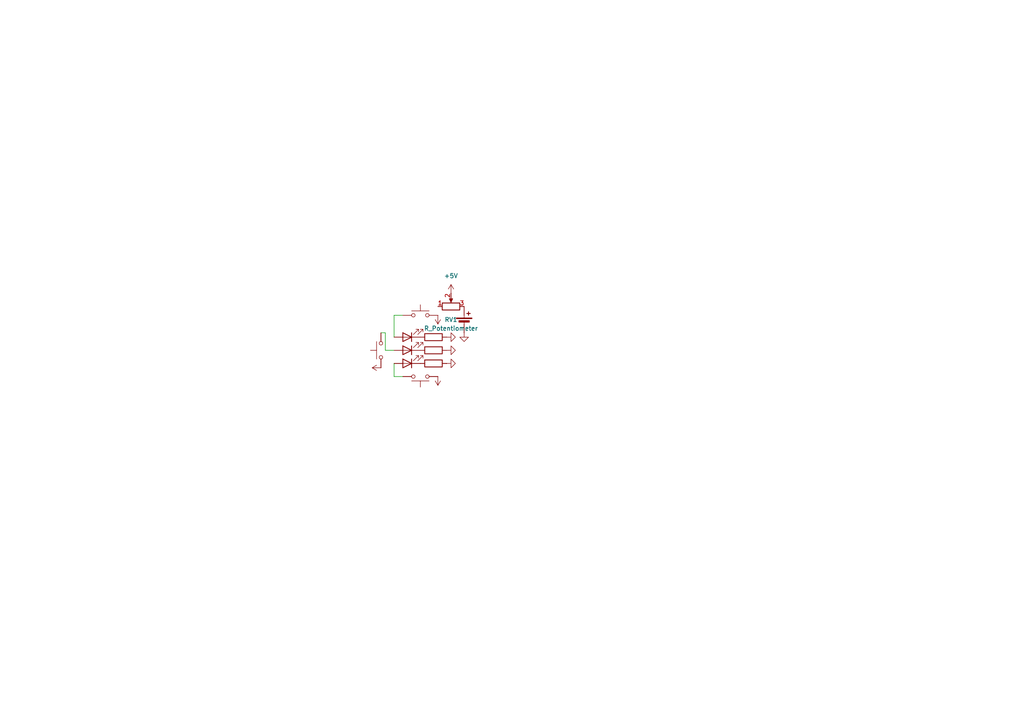
<source format=kicad_sch>
(kicad_sch
	(version 20250114)
	(generator "eeschema")
	(generator_version "9.0")
	(uuid "3a85f056-168d-447c-a0d7-f88caa0a34df")
	(paper "A4")
	(lib_symbols
		(symbol "Device:Battery_Cell"
			(pin_numbers
				(hide yes)
			)
			(pin_names
				(offset 0)
				(hide yes)
			)
			(exclude_from_sim no)
			(in_bom yes)
			(on_board yes)
			(property "Reference" "BT"
				(at 2.54 2.54 0)
				(effects
					(font
						(size 1.27 1.27)
					)
					(justify left)
				)
			)
			(property "Value" "Battery_Cell"
				(at 2.54 0 0)
				(effects
					(font
						(size 1.27 1.27)
					)
					(justify left)
				)
			)
			(property "Footprint" ""
				(at 0 1.524 90)
				(effects
					(font
						(size 1.27 1.27)
					)
					(hide yes)
				)
			)
			(property "Datasheet" "~"
				(at 0 1.524 90)
				(effects
					(font
						(size 1.27 1.27)
					)
					(hide yes)
				)
			)
			(property "Description" "Single-cell battery"
				(at 0 0 0)
				(effects
					(font
						(size 1.27 1.27)
					)
					(hide yes)
				)
			)
			(property "ki_keywords" "battery cell"
				(at 0 0 0)
				(effects
					(font
						(size 1.27 1.27)
					)
					(hide yes)
				)
			)
			(symbol "Battery_Cell_0_1"
				(rectangle
					(start -2.286 1.778)
					(end 2.286 1.524)
					(stroke
						(width 0)
						(type default)
					)
					(fill
						(type outline)
					)
				)
				(rectangle
					(start -1.524 1.016)
					(end 1.524 0.508)
					(stroke
						(width 0)
						(type default)
					)
					(fill
						(type outline)
					)
				)
				(polyline
					(pts
						(xy 0 1.778) (xy 0 2.54)
					)
					(stroke
						(width 0)
						(type default)
					)
					(fill
						(type none)
					)
				)
				(polyline
					(pts
						(xy 0 0.762) (xy 0 0)
					)
					(stroke
						(width 0)
						(type default)
					)
					(fill
						(type none)
					)
				)
				(polyline
					(pts
						(xy 0.762 3.048) (xy 1.778 3.048)
					)
					(stroke
						(width 0.254)
						(type default)
					)
					(fill
						(type none)
					)
				)
				(polyline
					(pts
						(xy 1.27 3.556) (xy 1.27 2.54)
					)
					(stroke
						(width 0.254)
						(type default)
					)
					(fill
						(type none)
					)
				)
			)
			(symbol "Battery_Cell_1_1"
				(pin passive line
					(at 0 5.08 270)
					(length 2.54)
					(name "+"
						(effects
							(font
								(size 1.27 1.27)
							)
						)
					)
					(number "1"
						(effects
							(font
								(size 1.27 1.27)
							)
						)
					)
				)
				(pin passive line
					(at 0 -2.54 90)
					(length 2.54)
					(name "-"
						(effects
							(font
								(size 1.27 1.27)
							)
						)
					)
					(number "2"
						(effects
							(font
								(size 1.27 1.27)
							)
						)
					)
				)
			)
			(embedded_fonts no)
		)
		(symbol "Device:LED"
			(pin_numbers
				(hide yes)
			)
			(pin_names
				(offset 1.016)
				(hide yes)
			)
			(exclude_from_sim no)
			(in_bom yes)
			(on_board yes)
			(property "Reference" "D"
				(at 0 2.54 0)
				(effects
					(font
						(size 1.27 1.27)
					)
				)
			)
			(property "Value" "LED"
				(at 0 -2.54 0)
				(effects
					(font
						(size 1.27 1.27)
					)
				)
			)
			(property "Footprint" ""
				(at 0 0 0)
				(effects
					(font
						(size 1.27 1.27)
					)
					(hide yes)
				)
			)
			(property "Datasheet" "~"
				(at 0 0 0)
				(effects
					(font
						(size 1.27 1.27)
					)
					(hide yes)
				)
			)
			(property "Description" "Light emitting diode"
				(at 0 0 0)
				(effects
					(font
						(size 1.27 1.27)
					)
					(hide yes)
				)
			)
			(property "Sim.Pins" "1=K 2=A"
				(at 0 0 0)
				(effects
					(font
						(size 1.27 1.27)
					)
					(hide yes)
				)
			)
			(property "ki_keywords" "LED diode"
				(at 0 0 0)
				(effects
					(font
						(size 1.27 1.27)
					)
					(hide yes)
				)
			)
			(property "ki_fp_filters" "LED* LED_SMD:* LED_THT:*"
				(at 0 0 0)
				(effects
					(font
						(size 1.27 1.27)
					)
					(hide yes)
				)
			)
			(symbol "LED_0_1"
				(polyline
					(pts
						(xy -3.048 -0.762) (xy -4.572 -2.286) (xy -3.81 -2.286) (xy -4.572 -2.286) (xy -4.572 -1.524)
					)
					(stroke
						(width 0)
						(type default)
					)
					(fill
						(type none)
					)
				)
				(polyline
					(pts
						(xy -1.778 -0.762) (xy -3.302 -2.286) (xy -2.54 -2.286) (xy -3.302 -2.286) (xy -3.302 -1.524)
					)
					(stroke
						(width 0)
						(type default)
					)
					(fill
						(type none)
					)
				)
				(polyline
					(pts
						(xy -1.27 0) (xy 1.27 0)
					)
					(stroke
						(width 0)
						(type default)
					)
					(fill
						(type none)
					)
				)
				(polyline
					(pts
						(xy -1.27 -1.27) (xy -1.27 1.27)
					)
					(stroke
						(width 0.254)
						(type default)
					)
					(fill
						(type none)
					)
				)
				(polyline
					(pts
						(xy 1.27 -1.27) (xy 1.27 1.27) (xy -1.27 0) (xy 1.27 -1.27)
					)
					(stroke
						(width 0.254)
						(type default)
					)
					(fill
						(type none)
					)
				)
			)
			(symbol "LED_1_1"
				(pin passive line
					(at -3.81 0 0)
					(length 2.54)
					(name "K"
						(effects
							(font
								(size 1.27 1.27)
							)
						)
					)
					(number "1"
						(effects
							(font
								(size 1.27 1.27)
							)
						)
					)
				)
				(pin passive line
					(at 3.81 0 180)
					(length 2.54)
					(name "A"
						(effects
							(font
								(size 1.27 1.27)
							)
						)
					)
					(number "2"
						(effects
							(font
								(size 1.27 1.27)
							)
						)
					)
				)
			)
			(embedded_fonts no)
		)
		(symbol "Device:R"
			(pin_numbers
				(hide yes)
			)
			(pin_names
				(offset 0)
			)
			(exclude_from_sim no)
			(in_bom yes)
			(on_board yes)
			(property "Reference" "R"
				(at 2.032 0 90)
				(effects
					(font
						(size 1.27 1.27)
					)
				)
			)
			(property "Value" "R"
				(at 0 0 90)
				(effects
					(font
						(size 1.27 1.27)
					)
				)
			)
			(property "Footprint" ""
				(at -1.778 0 90)
				(effects
					(font
						(size 1.27 1.27)
					)
					(hide yes)
				)
			)
			(property "Datasheet" "~"
				(at 0 0 0)
				(effects
					(font
						(size 1.27 1.27)
					)
					(hide yes)
				)
			)
			(property "Description" "Resistor"
				(at 0 0 0)
				(effects
					(font
						(size 1.27 1.27)
					)
					(hide yes)
				)
			)
			(property "ki_keywords" "R res resistor"
				(at 0 0 0)
				(effects
					(font
						(size 1.27 1.27)
					)
					(hide yes)
				)
			)
			(property "ki_fp_filters" "R_*"
				(at 0 0 0)
				(effects
					(font
						(size 1.27 1.27)
					)
					(hide yes)
				)
			)
			(symbol "R_0_1"
				(rectangle
					(start -1.016 -2.54)
					(end 1.016 2.54)
					(stroke
						(width 0.254)
						(type default)
					)
					(fill
						(type none)
					)
				)
			)
			(symbol "R_1_1"
				(pin passive line
					(at 0 3.81 270)
					(length 1.27)
					(name "~"
						(effects
							(font
								(size 1.27 1.27)
							)
						)
					)
					(number "1"
						(effects
							(font
								(size 1.27 1.27)
							)
						)
					)
				)
				(pin passive line
					(at 0 -3.81 90)
					(length 1.27)
					(name "~"
						(effects
							(font
								(size 1.27 1.27)
							)
						)
					)
					(number "2"
						(effects
							(font
								(size 1.27 1.27)
							)
						)
					)
				)
			)
			(embedded_fonts no)
		)
		(symbol "Device:R_Potentiometer"
			(pin_names
				(offset 1.016)
				(hide yes)
			)
			(exclude_from_sim no)
			(in_bom yes)
			(on_board yes)
			(property "Reference" "RV"
				(at -4.445 0 90)
				(effects
					(font
						(size 1.27 1.27)
					)
				)
			)
			(property "Value" "R_Potentiometer"
				(at -2.54 0 90)
				(effects
					(font
						(size 1.27 1.27)
					)
				)
			)
			(property "Footprint" ""
				(at 0 0 0)
				(effects
					(font
						(size 1.27 1.27)
					)
					(hide yes)
				)
			)
			(property "Datasheet" "~"
				(at 0 0 0)
				(effects
					(font
						(size 1.27 1.27)
					)
					(hide yes)
				)
			)
			(property "Description" "Potentiometer"
				(at 0 0 0)
				(effects
					(font
						(size 1.27 1.27)
					)
					(hide yes)
				)
			)
			(property "ki_keywords" "resistor variable"
				(at 0 0 0)
				(effects
					(font
						(size 1.27 1.27)
					)
					(hide yes)
				)
			)
			(property "ki_fp_filters" "Potentiometer*"
				(at 0 0 0)
				(effects
					(font
						(size 1.27 1.27)
					)
					(hide yes)
				)
			)
			(symbol "R_Potentiometer_0_1"
				(rectangle
					(start 1.016 2.54)
					(end -1.016 -2.54)
					(stroke
						(width 0.254)
						(type default)
					)
					(fill
						(type none)
					)
				)
				(polyline
					(pts
						(xy 1.143 0) (xy 2.286 0.508) (xy 2.286 -0.508) (xy 1.143 0)
					)
					(stroke
						(width 0)
						(type default)
					)
					(fill
						(type outline)
					)
				)
				(polyline
					(pts
						(xy 2.54 0) (xy 1.524 0)
					)
					(stroke
						(width 0)
						(type default)
					)
					(fill
						(type none)
					)
				)
			)
			(symbol "R_Potentiometer_1_1"
				(pin passive line
					(at 0 3.81 270)
					(length 1.27)
					(name "1"
						(effects
							(font
								(size 1.27 1.27)
							)
						)
					)
					(number "1"
						(effects
							(font
								(size 1.27 1.27)
							)
						)
					)
				)
				(pin passive line
					(at 0 -3.81 90)
					(length 1.27)
					(name "3"
						(effects
							(font
								(size 1.27 1.27)
							)
						)
					)
					(number "3"
						(effects
							(font
								(size 1.27 1.27)
							)
						)
					)
				)
				(pin passive line
					(at 3.81 0 180)
					(length 1.27)
					(name "2"
						(effects
							(font
								(size 1.27 1.27)
							)
						)
					)
					(number "2"
						(effects
							(font
								(size 1.27 1.27)
							)
						)
					)
				)
			)
			(embedded_fonts no)
		)
		(symbol "Switch:SW_Push"
			(pin_numbers
				(hide yes)
			)
			(pin_names
				(offset 1.016)
				(hide yes)
			)
			(exclude_from_sim no)
			(in_bom yes)
			(on_board yes)
			(property "Reference" "SW"
				(at 1.27 2.54 0)
				(effects
					(font
						(size 1.27 1.27)
					)
					(justify left)
				)
			)
			(property "Value" "SW_Push"
				(at 0 -1.524 0)
				(effects
					(font
						(size 1.27 1.27)
					)
				)
			)
			(property "Footprint" ""
				(at 0 5.08 0)
				(effects
					(font
						(size 1.27 1.27)
					)
					(hide yes)
				)
			)
			(property "Datasheet" "~"
				(at 0 5.08 0)
				(effects
					(font
						(size 1.27 1.27)
					)
					(hide yes)
				)
			)
			(property "Description" "Push button switch, generic, two pins"
				(at 0 0 0)
				(effects
					(font
						(size 1.27 1.27)
					)
					(hide yes)
				)
			)
			(property "ki_keywords" "switch normally-open pushbutton push-button"
				(at 0 0 0)
				(effects
					(font
						(size 1.27 1.27)
					)
					(hide yes)
				)
			)
			(symbol "SW_Push_0_1"
				(circle
					(center -2.032 0)
					(radius 0.508)
					(stroke
						(width 0)
						(type default)
					)
					(fill
						(type none)
					)
				)
				(polyline
					(pts
						(xy 0 1.27) (xy 0 3.048)
					)
					(stroke
						(width 0)
						(type default)
					)
					(fill
						(type none)
					)
				)
				(circle
					(center 2.032 0)
					(radius 0.508)
					(stroke
						(width 0)
						(type default)
					)
					(fill
						(type none)
					)
				)
				(polyline
					(pts
						(xy 2.54 1.27) (xy -2.54 1.27)
					)
					(stroke
						(width 0)
						(type default)
					)
					(fill
						(type none)
					)
				)
				(pin passive line
					(at -5.08 0 0)
					(length 2.54)
					(name "1"
						(effects
							(font
								(size 1.27 1.27)
							)
						)
					)
					(number "1"
						(effects
							(font
								(size 1.27 1.27)
							)
						)
					)
				)
				(pin passive line
					(at 5.08 0 180)
					(length 2.54)
					(name "2"
						(effects
							(font
								(size 1.27 1.27)
							)
						)
					)
					(number "2"
						(effects
							(font
								(size 1.27 1.27)
							)
						)
					)
				)
			)
			(embedded_fonts no)
		)
		(symbol "power:+5V"
			(power)
			(pin_numbers
				(hide yes)
			)
			(pin_names
				(offset 0)
				(hide yes)
			)
			(exclude_from_sim no)
			(in_bom yes)
			(on_board yes)
			(property "Reference" "#PWR"
				(at 0 -3.81 0)
				(effects
					(font
						(size 1.27 1.27)
					)
					(hide yes)
				)
			)
			(property "Value" "+5V"
				(at 0 3.556 0)
				(effects
					(font
						(size 1.27 1.27)
					)
				)
			)
			(property "Footprint" ""
				(at 0 0 0)
				(effects
					(font
						(size 1.27 1.27)
					)
					(hide yes)
				)
			)
			(property "Datasheet" ""
				(at 0 0 0)
				(effects
					(font
						(size 1.27 1.27)
					)
					(hide yes)
				)
			)
			(property "Description" "Power symbol creates a global label with name \"+5V\""
				(at 0 0 0)
				(effects
					(font
						(size 1.27 1.27)
					)
					(hide yes)
				)
			)
			(property "ki_keywords" "global power"
				(at 0 0 0)
				(effects
					(font
						(size 1.27 1.27)
					)
					(hide yes)
				)
			)
			(symbol "+5V_0_1"
				(polyline
					(pts
						(xy -0.762 1.27) (xy 0 2.54)
					)
					(stroke
						(width 0)
						(type default)
					)
					(fill
						(type none)
					)
				)
				(polyline
					(pts
						(xy 0 2.54) (xy 0.762 1.27)
					)
					(stroke
						(width 0)
						(type default)
					)
					(fill
						(type none)
					)
				)
				(polyline
					(pts
						(xy 0 0) (xy 0 2.54)
					)
					(stroke
						(width 0)
						(type default)
					)
					(fill
						(type none)
					)
				)
			)
			(symbol "+5V_1_1"
				(pin power_in line
					(at 0 0 90)
					(length 0)
					(name "~"
						(effects
							(font
								(size 1.27 1.27)
							)
						)
					)
					(number "1"
						(effects
							(font
								(size 1.27 1.27)
							)
						)
					)
				)
			)
			(embedded_fonts no)
		)
		(symbol "power:GND"
			(power)
			(pin_numbers
				(hide yes)
			)
			(pin_names
				(offset 0)
				(hide yes)
			)
			(exclude_from_sim no)
			(in_bom yes)
			(on_board yes)
			(property "Reference" "#PWR"
				(at 0 -6.35 0)
				(effects
					(font
						(size 1.27 1.27)
					)
					(hide yes)
				)
			)
			(property "Value" "GND"
				(at 0 -3.81 0)
				(effects
					(font
						(size 1.27 1.27)
					)
				)
			)
			(property "Footprint" ""
				(at 0 0 0)
				(effects
					(font
						(size 1.27 1.27)
					)
					(hide yes)
				)
			)
			(property "Datasheet" ""
				(at 0 0 0)
				(effects
					(font
						(size 1.27 1.27)
					)
					(hide yes)
				)
			)
			(property "Description" "Power symbol creates a global label with name \"GND\" , ground"
				(at 0 0 0)
				(effects
					(font
						(size 1.27 1.27)
					)
					(hide yes)
				)
			)
			(property "ki_keywords" "global power"
				(at 0 0 0)
				(effects
					(font
						(size 1.27 1.27)
					)
					(hide yes)
				)
			)
			(symbol "GND_0_1"
				(polyline
					(pts
						(xy 0 0) (xy 0 -1.27) (xy 1.27 -1.27) (xy 0 -2.54) (xy -1.27 -1.27) (xy 0 -1.27)
					)
					(stroke
						(width 0)
						(type default)
					)
					(fill
						(type none)
					)
				)
			)
			(symbol "GND_1_1"
				(pin power_in line
					(at 0 0 270)
					(length 0)
					(name "~"
						(effects
							(font
								(size 1.27 1.27)
							)
						)
					)
					(number "1"
						(effects
							(font
								(size 1.27 1.27)
							)
						)
					)
				)
			)
			(embedded_fonts no)
		)
	)
	(wire
		(pts
			(xy 111.76 101.6) (xy 111.76 96.52)
		)
		(stroke
			(width 0)
			(type default)
		)
		(uuid "3967cb39-aa77-496e-8624-262d57c0a3cc")
	)
	(wire
		(pts
			(xy 114.3 101.6) (xy 111.76 101.6)
		)
		(stroke
			(width 0)
			(type default)
		)
		(uuid "48b8d464-71aa-4824-a16b-9520138b2907")
	)
	(wire
		(pts
			(xy 116.84 91.44) (xy 114.3 91.44)
		)
		(stroke
			(width 0)
			(type default)
		)
		(uuid "62a62993-20d1-47ec-bcdf-937e167ddbf0")
	)
	(wire
		(pts
			(xy 114.3 109.22) (xy 114.3 105.41)
		)
		(stroke
			(width 0)
			(type default)
		)
		(uuid "6468fd67-6738-4282-8f3b-f6ac3e7a62d7")
	)
	(wire
		(pts
			(xy 116.84 109.22) (xy 114.3 109.22)
		)
		(stroke
			(width 0)
			(type default)
		)
		(uuid "68a1d2f1-1149-47eb-b973-cc101666bbac")
	)
	(wire
		(pts
			(xy 110.49 96.52) (xy 111.76 96.52)
		)
		(stroke
			(width 0)
			(type default)
		)
		(uuid "9ecbb47b-38d6-4103-b929-0155aa53c8ab")
	)
	(wire
		(pts
			(xy 114.3 91.44) (xy 114.3 97.79)
		)
		(stroke
			(width 0)
			(type default)
		)
		(uuid "c715dfde-9746-47fb-ab85-7f25012fe9d5")
	)
	(symbol
		(lib_id "Device:R")
		(at 125.73 101.6 270)
		(unit 1)
		(exclude_from_sim no)
		(in_bom yes)
		(on_board yes)
		(dnp no)
		(fields_autoplaced yes)
		(uuid "13d38761-5522-4e4d-98f6-1e93ef8d9f7c")
		(property "Reference" "R2"
			(at 125.73 107.95 90)
			(effects
				(font
					(size 1.27 1.27)
				)
				(hide yes)
			)
		)
		(property "Value" "R"
			(at 125.73 105.41 90)
			(effects
				(font
					(size 1.27 1.27)
				)
				(hide yes)
			)
		)
		(property "Footprint" "Resistor_THT:R_Axial_DIN0207_L6.3mm_D2.5mm_P7.62mm_Horizontal"
			(at 125.73 99.822 90)
			(effects
				(font
					(size 1.27 1.27)
				)
				(hide yes)
			)
		)
		(property "Datasheet" "~"
			(at 125.73 101.6 0)
			(effects
				(font
					(size 1.27 1.27)
				)
				(hide yes)
			)
		)
		(property "Description" "Resistor"
			(at 125.73 101.6 0)
			(effects
				(font
					(size 1.27 1.27)
				)
				(hide yes)
			)
		)
		(pin "2"
			(uuid "f6b6d25f-11fb-4544-b10c-1d740291e967")
		)
		(pin "1"
			(uuid "4b1e70d5-3624-4e19-aeaf-2c88ffe795fa")
		)
		(instances
			(project "Project_rainbow"
				(path "/3a85f056-168d-447c-a0d7-f88caa0a34df"
					(reference "R2")
					(unit 1)
				)
			)
		)
	)
	(symbol
		(lib_id "power:+5V")
		(at 127 109.22 180)
		(unit 1)
		(exclude_from_sim no)
		(in_bom yes)
		(on_board yes)
		(dnp no)
		(fields_autoplaced yes)
		(uuid "20b4c2f2-5c3b-475b-b44f-6ca10ca185a3")
		(property "Reference" "#PWR08"
			(at 127 105.41 0)
			(effects
				(font
					(size 1.27 1.27)
				)
				(hide yes)
			)
		)
		(property "Value" "+5V"
			(at 126.9999 113.03 90)
			(effects
				(font
					(size 1.27 1.27)
				)
				(justify left)
				(hide yes)
			)
		)
		(property "Footprint" ""
			(at 127 109.22 0)
			(effects
				(font
					(size 1.27 1.27)
				)
				(hide yes)
			)
		)
		(property "Datasheet" ""
			(at 127 109.22 0)
			(effects
				(font
					(size 1.27 1.27)
				)
				(hide yes)
			)
		)
		(property "Description" "Power symbol creates a global label with name \"+5V\""
			(at 127 109.22 0)
			(effects
				(font
					(size 1.27 1.27)
				)
				(hide yes)
			)
		)
		(pin "1"
			(uuid "96b49302-d9bf-45a0-99f0-4d20d42a8701")
		)
		(instances
			(project ""
				(path "/3a85f056-168d-447c-a0d7-f88caa0a34df"
					(reference "#PWR08")
					(unit 1)
				)
			)
		)
	)
	(symbol
		(lib_id "Device:LED")
		(at 118.11 101.6 180)
		(unit 1)
		(exclude_from_sim no)
		(in_bom yes)
		(on_board yes)
		(dnp no)
		(fields_autoplaced yes)
		(uuid "2946ca23-13a9-49d4-bf07-68b95bab33d3")
		(property "Reference" "D2"
			(at 119.6975 107.95 0)
			(effects
				(font
					(size 1.27 1.27)
				)
				(hide yes)
			)
		)
		(property "Value" "LED"
			(at 119.6975 105.41 0)
			(effects
				(font
					(size 1.27 1.27)
				)
				(hide yes)
			)
		)
		(property "Footprint" "LED_THT:LED_D5.0mm"
			(at 118.11 101.6 0)
			(effects
				(font
					(size 1.27 1.27)
				)
				(hide yes)
			)
		)
		(property "Datasheet" "~"
			(at 118.11 101.6 0)
			(effects
				(font
					(size 1.27 1.27)
				)
				(hide yes)
			)
		)
		(property "Description" "Light emitting diode"
			(at 118.11 101.6 0)
			(effects
				(font
					(size 1.27 1.27)
				)
				(hide yes)
			)
		)
		(property "Sim.Pins" "1=K 2=A"
			(at 118.11 101.6 0)
			(effects
				(font
					(size 1.27 1.27)
				)
				(hide yes)
			)
		)
		(pin "2"
			(uuid "cdc7fd01-eaf7-456f-aa0f-75bf47efbfe6")
		)
		(pin "1"
			(uuid "a8ecfbcc-7036-4d28-9796-02b4581b144d")
		)
		(instances
			(project "Project_rainbow"
				(path "/3a85f056-168d-447c-a0d7-f88caa0a34df"
					(reference "D2")
					(unit 1)
				)
			)
		)
	)
	(symbol
		(lib_id "power:GND")
		(at 134.62 96.52 0)
		(unit 1)
		(exclude_from_sim no)
		(in_bom yes)
		(on_board yes)
		(dnp no)
		(fields_autoplaced yes)
		(uuid "40e0a916-2f19-4725-81b8-7b314b41026c")
		(property "Reference" "#PWR04"
			(at 134.62 102.87 0)
			(effects
				(font
					(size 1.27 1.27)
				)
				(hide yes)
			)
		)
		(property "Value" "GND"
			(at 134.62 101.6 0)
			(effects
				(font
					(size 1.27 1.27)
				)
				(hide yes)
			)
		)
		(property "Footprint" ""
			(at 134.62 96.52 0)
			(effects
				(font
					(size 1.27 1.27)
				)
				(hide yes)
			)
		)
		(property "Datasheet" ""
			(at 134.62 96.52 0)
			(effects
				(font
					(size 1.27 1.27)
				)
				(hide yes)
			)
		)
		(property "Description" "Power symbol creates a global label with name \"GND\" , ground"
			(at 134.62 96.52 0)
			(effects
				(font
					(size 1.27 1.27)
				)
				(hide yes)
			)
		)
		(pin "1"
			(uuid "c5b4c9c3-8253-4a42-b2d3-074d31a1f215")
		)
		(instances
			(project ""
				(path "/3a85f056-168d-447c-a0d7-f88caa0a34df"
					(reference "#PWR04")
					(unit 1)
				)
			)
		)
	)
	(symbol
		(lib_id "power:+5V")
		(at 110.49 106.68 90)
		(unit 1)
		(exclude_from_sim no)
		(in_bom yes)
		(on_board yes)
		(dnp no)
		(fields_autoplaced yes)
		(uuid "77e03901-3c40-4c73-9495-386f2607b03b")
		(property "Reference" "#PWR09"
			(at 114.3 106.68 0)
			(effects
				(font
					(size 1.27 1.27)
				)
				(hide yes)
			)
		)
		(property "Value" "+5V"
			(at 106.68 106.6799 90)
			(effects
				(font
					(size 1.27 1.27)
				)
				(justify left)
				(hide yes)
			)
		)
		(property "Footprint" ""
			(at 110.49 106.68 0)
			(effects
				(font
					(size 1.27 1.27)
				)
				(hide yes)
			)
		)
		(property "Datasheet" ""
			(at 110.49 106.68 0)
			(effects
				(font
					(size 1.27 1.27)
				)
				(hide yes)
			)
		)
		(property "Description" "Power symbol creates a global label with name \"+5V\""
			(at 110.49 106.68 0)
			(effects
				(font
					(size 1.27 1.27)
				)
				(hide yes)
			)
		)
		(pin "1"
			(uuid "56ec9757-c7c7-4000-aa46-1e216ef98aff")
		)
		(instances
			(project ""
				(path "/3a85f056-168d-447c-a0d7-f88caa0a34df"
					(reference "#PWR09")
					(unit 1)
				)
			)
		)
	)
	(symbol
		(lib_id "Device:R")
		(at 125.73 97.79 270)
		(unit 1)
		(exclude_from_sim no)
		(in_bom yes)
		(on_board yes)
		(dnp no)
		(fields_autoplaced yes)
		(uuid "88697eba-f51d-4e21-b81f-557c95b0b1bd")
		(property "Reference" "R1"
			(at 125.73 104.14 90)
			(effects
				(font
					(size 1.27 1.27)
				)
				(hide yes)
			)
		)
		(property "Value" "R"
			(at 125.73 101.6 90)
			(effects
				(font
					(size 1.27 1.27)
				)
				(hide yes)
			)
		)
		(property "Footprint" "Resistor_THT:R_Axial_DIN0207_L6.3mm_D2.5mm_P7.62mm_Horizontal"
			(at 125.73 96.012 90)
			(effects
				(font
					(size 1.27 1.27)
				)
				(hide yes)
			)
		)
		(property "Datasheet" "~"
			(at 125.73 97.79 0)
			(effects
				(font
					(size 1.27 1.27)
				)
				(hide yes)
			)
		)
		(property "Description" "Resistor"
			(at 125.73 97.79 0)
			(effects
				(font
					(size 1.27 1.27)
				)
				(hide yes)
			)
		)
		(pin "2"
			(uuid "dfad54d2-144a-438c-af1f-85504118f975")
		)
		(pin "1"
			(uuid "2033677a-33cb-4d31-a279-664938843b1f")
		)
		(instances
			(project ""
				(path "/3a85f056-168d-447c-a0d7-f88caa0a34df"
					(reference "R1")
					(unit 1)
				)
			)
		)
	)
	(symbol
		(lib_id "Device:LED")
		(at 118.11 105.41 180)
		(unit 1)
		(exclude_from_sim no)
		(in_bom yes)
		(on_board yes)
		(dnp no)
		(fields_autoplaced yes)
		(uuid "90e6e540-6ba0-4b40-85dc-b63e1469c2e7")
		(property "Reference" "D1"
			(at 119.6975 111.76 0)
			(effects
				(font
					(size 1.27 1.27)
				)
				(hide yes)
			)
		)
		(property "Value" "LED"
			(at 119.6975 109.22 0)
			(effects
				(font
					(size 1.27 1.27)
				)
				(hide yes)
			)
		)
		(property "Footprint" "LED_THT:LED_D5.0mm"
			(at 118.11 105.41 0)
			(effects
				(font
					(size 1.27 1.27)
				)
				(hide yes)
			)
		)
		(property "Datasheet" "~"
			(at 118.11 105.41 0)
			(effects
				(font
					(size 1.27 1.27)
				)
				(hide yes)
			)
		)
		(property "Description" "Light emitting diode"
			(at 118.11 105.41 0)
			(effects
				(font
					(size 1.27 1.27)
				)
				(hide yes)
			)
		)
		(property "Sim.Pins" "1=K 2=A"
			(at 118.11 105.41 0)
			(effects
				(font
					(size 1.27 1.27)
				)
				(hide yes)
			)
		)
		(pin "2"
			(uuid "5e9ad8d6-3099-49a0-9b5f-c35c814ba7e8")
		)
		(pin "1"
			(uuid "3a2b973b-da8a-409e-984f-b60c3264f862")
		)
		(instances
			(project ""
				(path "/3a85f056-168d-447c-a0d7-f88caa0a34df"
					(reference "D1")
					(unit 1)
				)
			)
		)
	)
	(symbol
		(lib_id "Switch:SW_Push")
		(at 110.49 101.6 90)
		(unit 1)
		(exclude_from_sim no)
		(in_bom yes)
		(on_board yes)
		(dnp no)
		(fields_autoplaced yes)
		(uuid "9422ab34-cf24-46be-ab20-4065b6e27c03")
		(property "Reference" "SW5"
			(at 102.87 101.6 0)
			(effects
				(font
					(size 1.27 1.27)
				)
				(hide yes)
			)
		)
		(property "Value" "SW_Push"
			(at 105.41 101.6 0)
			(effects
				(font
					(size 1.27 1.27)
				)
				(hide yes)
			)
		)
		(property "Footprint" "Button_Switch_THT:SW_PUSH_6mm"
			(at 105.41 101.6 0)
			(effects
				(font
					(size 1.27 1.27)
				)
				(hide yes)
			)
		)
		(property "Datasheet" "~"
			(at 105.41 101.6 0)
			(effects
				(font
					(size 1.27 1.27)
				)
				(hide yes)
			)
		)
		(property "Description" "Push button switch, generic, two pins"
			(at 110.49 101.6 0)
			(effects
				(font
					(size 1.27 1.27)
				)
				(hide yes)
			)
		)
		(pin "1"
			(uuid "6085d2d1-e543-43d1-b421-ba33c1ce167d")
		)
		(pin "2"
			(uuid "c27fe656-6b92-40aa-ad0a-cd3fac04f3aa")
		)
		(instances
			(project "Project_rainbow"
				(path "/3a85f056-168d-447c-a0d7-f88caa0a34df"
					(reference "SW5")
					(unit 1)
				)
			)
		)
	)
	(symbol
		(lib_id "power:GND")
		(at 129.54 97.79 90)
		(unit 1)
		(exclude_from_sim no)
		(in_bom yes)
		(on_board yes)
		(dnp no)
		(fields_autoplaced yes)
		(uuid "9c750016-6459-44af-8fe1-dbfbca33a014")
		(property "Reference" "#PWR03"
			(at 135.89 97.79 0)
			(effects
				(font
					(size 1.27 1.27)
				)
				(hide yes)
			)
		)
		(property "Value" "GND"
			(at 133.35 97.7901 90)
			(effects
				(font
					(size 1.27 1.27)
				)
				(justify right)
				(hide yes)
			)
		)
		(property "Footprint" ""
			(at 129.54 97.79 0)
			(effects
				(font
					(size 1.27 1.27)
				)
				(hide yes)
			)
		)
		(property "Datasheet" ""
			(at 129.54 97.79 0)
			(effects
				(font
					(size 1.27 1.27)
				)
				(hide yes)
			)
		)
		(property "Description" "Power symbol creates a global label with name \"GND\" , ground"
			(at 129.54 97.79 0)
			(effects
				(font
					(size 1.27 1.27)
				)
				(hide yes)
			)
		)
		(pin "1"
			(uuid "fcc63858-788f-4f3e-8543-4c11aee3276b")
		)
		(instances
			(project ""
				(path "/3a85f056-168d-447c-a0d7-f88caa0a34df"
					(reference "#PWR03")
					(unit 1)
				)
			)
		)
	)
	(symbol
		(lib_id "power:GND")
		(at 129.54 101.6 90)
		(unit 1)
		(exclude_from_sim no)
		(in_bom yes)
		(on_board yes)
		(dnp no)
		(fields_autoplaced yes)
		(uuid "a7e537b3-7567-4849-839f-b72a71f1c7af")
		(property "Reference" "#PWR02"
			(at 135.89 101.6 0)
			(effects
				(font
					(size 1.27 1.27)
				)
				(hide yes)
			)
		)
		(property "Value" "GND"
			(at 133.35 101.6001 90)
			(effects
				(font
					(size 1.27 1.27)
				)
				(justify right)
				(hide yes)
			)
		)
		(property "Footprint" ""
			(at 129.54 101.6 0)
			(effects
				(font
					(size 1.27 1.27)
				)
				(hide yes)
			)
		)
		(property "Datasheet" ""
			(at 129.54 101.6 0)
			(effects
				(font
					(size 1.27 1.27)
				)
				(hide yes)
			)
		)
		(property "Description" "Power symbol creates a global label with name \"GND\" , ground"
			(at 129.54 101.6 0)
			(effects
				(font
					(size 1.27 1.27)
				)
				(hide yes)
			)
		)
		(pin "1"
			(uuid "f73b84ad-a3af-4249-a721-f4035787b32f")
		)
		(instances
			(project ""
				(path "/3a85f056-168d-447c-a0d7-f88caa0a34df"
					(reference "#PWR02")
					(unit 1)
				)
			)
		)
	)
	(symbol
		(lib_id "Device:R")
		(at 125.73 105.41 270)
		(unit 1)
		(exclude_from_sim no)
		(in_bom yes)
		(on_board yes)
		(dnp no)
		(fields_autoplaced yes)
		(uuid "d7250335-75ce-4ff3-82a5-da21cf2394bf")
		(property "Reference" "R3"
			(at 125.73 111.76 90)
			(effects
				(font
					(size 1.27 1.27)
				)
				(hide yes)
			)
		)
		(property "Value" "R"
			(at 125.73 109.22 90)
			(effects
				(font
					(size 1.27 1.27)
				)
				(hide yes)
			)
		)
		(property "Footprint" "Resistor_THT:R_Axial_DIN0207_L6.3mm_D2.5mm_P7.62mm_Horizontal"
			(at 125.73 103.632 90)
			(effects
				(font
					(size 1.27 1.27)
				)
				(hide yes)
			)
		)
		(property "Datasheet" "~"
			(at 125.73 105.41 0)
			(effects
				(font
					(size 1.27 1.27)
				)
				(hide yes)
			)
		)
		(property "Description" "Resistor"
			(at 125.73 105.41 0)
			(effects
				(font
					(size 1.27 1.27)
				)
				(hide yes)
			)
		)
		(pin "2"
			(uuid "8b11c10c-045a-4587-a155-487a0e5a44e4")
		)
		(pin "1"
			(uuid "8edb367f-439c-4e96-b191-99595b8cbe60")
		)
		(instances
			(project "Project_rainbow"
				(path "/3a85f056-168d-447c-a0d7-f88caa0a34df"
					(reference "R3")
					(unit 1)
				)
			)
		)
	)
	(symbol
		(lib_id "Device:LED")
		(at 118.11 97.79 180)
		(unit 1)
		(exclude_from_sim no)
		(in_bom yes)
		(on_board yes)
		(dnp no)
		(fields_autoplaced yes)
		(uuid "e16f627c-f709-4a7d-a85e-18028926e131")
		(property "Reference" "D3"
			(at 119.6975 104.14 0)
			(effects
				(font
					(size 1.27 1.27)
				)
				(hide yes)
			)
		)
		(property "Value" "LED"
			(at 119.6975 101.6 0)
			(effects
				(font
					(size 1.27 1.27)
				)
				(hide yes)
			)
		)
		(property "Footprint" "LED_THT:LED_D5.0mm"
			(at 118.11 97.79 0)
			(effects
				(font
					(size 1.27 1.27)
				)
				(hide yes)
			)
		)
		(property "Datasheet" "~"
			(at 118.11 97.79 0)
			(effects
				(font
					(size 1.27 1.27)
				)
				(hide yes)
			)
		)
		(property "Description" "Light emitting diode"
			(at 118.11 97.79 0)
			(effects
				(font
					(size 1.27 1.27)
				)
				(hide yes)
			)
		)
		(property "Sim.Pins" "1=K 2=A"
			(at 118.11 97.79 0)
			(effects
				(font
					(size 1.27 1.27)
				)
				(hide yes)
			)
		)
		(pin "2"
			(uuid "e491fa11-fe77-44df-875c-2b5471609b33")
		)
		(pin "1"
			(uuid "5268a7ea-e7a1-4c49-9316-7d261318ab3c")
		)
		(instances
			(project "Project_rainbow"
				(path "/3a85f056-168d-447c-a0d7-f88caa0a34df"
					(reference "D3")
					(unit 1)
				)
			)
		)
	)
	(symbol
		(lib_id "Switch:SW_Push")
		(at 121.92 91.44 0)
		(unit 1)
		(exclude_from_sim no)
		(in_bom yes)
		(on_board yes)
		(dnp no)
		(fields_autoplaced yes)
		(uuid "e4e32e09-7caa-4aa9-a285-61b668598100")
		(property "Reference" "SW6"
			(at 121.92 83.82 0)
			(effects
				(font
					(size 1.27 1.27)
				)
				(hide yes)
			)
		)
		(property "Value" "SW_Push"
			(at 121.92 86.36 0)
			(effects
				(font
					(size 1.27 1.27)
				)
				(hide yes)
			)
		)
		(property "Footprint" "Button_Switch_THT:SW_PUSH_6mm"
			(at 121.92 86.36 0)
			(effects
				(font
					(size 1.27 1.27)
				)
				(hide yes)
			)
		)
		(property "Datasheet" "~"
			(at 121.92 86.36 0)
			(effects
				(font
					(size 1.27 1.27)
				)
				(hide yes)
			)
		)
		(property "Description" "Push button switch, generic, two pins"
			(at 121.92 91.44 0)
			(effects
				(font
					(size 1.27 1.27)
				)
				(hide yes)
			)
		)
		(pin "1"
			(uuid "e3e75f68-35d0-4ebf-bbbe-6311c3183c88")
		)
		(pin "2"
			(uuid "5c70f296-27e9-416c-8fa9-b8351d906315")
		)
		(instances
			(project "Project_rainbow"
				(path "/3a85f056-168d-447c-a0d7-f88caa0a34df"
					(reference "SW6")
					(unit 1)
				)
			)
		)
	)
	(symbol
		(lib_id "Switch:SW_Push")
		(at 121.92 109.22 180)
		(unit 1)
		(exclude_from_sim no)
		(in_bom yes)
		(on_board yes)
		(dnp no)
		(fields_autoplaced yes)
		(uuid "e51f2ed8-0e27-461d-994c-f4ba1ebb38dc")
		(property "Reference" "SW4"
			(at 121.92 116.84 0)
			(effects
				(font
					(size 1.27 1.27)
				)
				(hide yes)
			)
		)
		(property "Value" "SW_Push"
			(at 121.92 114.3 0)
			(effects
				(font
					(size 1.27 1.27)
				)
				(hide yes)
			)
		)
		(property "Footprint" "Button_Switch_THT:SW_PUSH_6mm"
			(at 121.92 114.3 0)
			(effects
				(font
					(size 1.27 1.27)
				)
				(hide yes)
			)
		)
		(property "Datasheet" "~"
			(at 121.92 114.3 0)
			(effects
				(font
					(size 1.27 1.27)
				)
				(hide yes)
			)
		)
		(property "Description" "Push button switch, generic, two pins"
			(at 121.92 109.22 0)
			(effects
				(font
					(size 1.27 1.27)
				)
				(hide yes)
			)
		)
		(pin "1"
			(uuid "5a50e808-623a-403c-8534-8321e589e228")
		)
		(pin "2"
			(uuid "15adfee4-801e-4094-9853-5a421426b2c4")
		)
		(instances
			(project "Project_rainbow"
				(path "/3a85f056-168d-447c-a0d7-f88caa0a34df"
					(reference "SW4")
					(unit 1)
				)
			)
		)
	)
	(symbol
		(lib_id "Device:R_Potentiometer")
		(at 130.81 88.9 90)
		(unit 1)
		(exclude_from_sim no)
		(in_bom yes)
		(on_board yes)
		(dnp no)
		(fields_autoplaced yes)
		(uuid "ee4f1d5b-ed70-44d7-bf3f-1aac6370bdd4")
		(property "Reference" "RV1"
			(at 130.81 92.71 90)
			(effects
				(font
					(size 1.27 1.27)
				)
			)
		)
		(property "Value" "R_Potentiometer"
			(at 130.81 95.25 90)
			(effects
				(font
					(size 1.27 1.27)
				)
			)
		)
		(property "Footprint" "Potentiometer_THT:Potentiometer_Vishay_T73YP_Vertical"
			(at 130.81 88.9 0)
			(effects
				(font
					(size 1.27 1.27)
				)
				(hide yes)
			)
		)
		(property "Datasheet" "~"
			(at 130.81 88.9 0)
			(effects
				(font
					(size 1.27 1.27)
				)
				(hide yes)
			)
		)
		(property "Description" "Potentiometer"
			(at 130.81 88.9 0)
			(effects
				(font
					(size 1.27 1.27)
				)
				(hide yes)
			)
		)
		(pin "3"
			(uuid "05d6edb1-3a8f-4ee1-b00b-61c23f4fdff9")
		)
		(pin "1"
			(uuid "59454d82-57fb-47c9-8153-4b7f6cbf86cf")
		)
		(pin "2"
			(uuid "acb3dbee-1da9-4d85-acde-9bc76e436bcb")
		)
		(instances
			(project ""
				(path "/3a85f056-168d-447c-a0d7-f88caa0a34df"
					(reference "RV1")
					(unit 1)
				)
			)
		)
	)
	(symbol
		(lib_id "power:+5V")
		(at 130.81 85.09 0)
		(unit 1)
		(exclude_from_sim no)
		(in_bom yes)
		(on_board yes)
		(dnp no)
		(fields_autoplaced yes)
		(uuid "f1b8216c-d79f-4d89-94dd-28ea676da815")
		(property "Reference" "#PWR012"
			(at 130.81 88.9 0)
			(effects
				(font
					(size 1.27 1.27)
				)
				(hide yes)
			)
		)
		(property "Value" "+5V"
			(at 130.81 80.01 0)
			(effects
				(font
					(size 1.27 1.27)
				)
			)
		)
		(property "Footprint" ""
			(at 130.81 85.09 0)
			(effects
				(font
					(size 1.27 1.27)
				)
				(hide yes)
			)
		)
		(property "Datasheet" ""
			(at 130.81 85.09 0)
			(effects
				(font
					(size 1.27 1.27)
				)
				(hide yes)
			)
		)
		(property "Description" "Power symbol creates a global label with name \"+5V\""
			(at 130.81 85.09 0)
			(effects
				(font
					(size 1.27 1.27)
				)
				(hide yes)
			)
		)
		(pin "1"
			(uuid "449e840b-e4c4-4414-bc61-d9a67ad86fe1")
		)
		(instances
			(project ""
				(path "/3a85f056-168d-447c-a0d7-f88caa0a34df"
					(reference "#PWR012")
					(unit 1)
				)
			)
		)
	)
	(symbol
		(lib_id "power:GND")
		(at 129.54 105.41 90)
		(unit 1)
		(exclude_from_sim no)
		(in_bom yes)
		(on_board yes)
		(dnp no)
		(fields_autoplaced yes)
		(uuid "fca2c33c-ca4d-464e-a130-166c7ec17932")
		(property "Reference" "#PWR01"
			(at 135.89 105.41 0)
			(effects
				(font
					(size 1.27 1.27)
				)
				(hide yes)
			)
		)
		(property "Value" "GND"
			(at 133.35 105.4101 90)
			(effects
				(font
					(size 1.27 1.27)
				)
				(justify right)
				(hide yes)
			)
		)
		(property "Footprint" ""
			(at 129.54 105.41 0)
			(effects
				(font
					(size 1.27 1.27)
				)
				(hide yes)
			)
		)
		(property "Datasheet" ""
			(at 129.54 105.41 0)
			(effects
				(font
					(size 1.27 1.27)
				)
				(hide yes)
			)
		)
		(property "Description" "Power symbol creates a global label with name \"GND\" , ground"
			(at 129.54 105.41 0)
			(effects
				(font
					(size 1.27 1.27)
				)
				(hide yes)
			)
		)
		(pin "1"
			(uuid "4e1b24ba-e804-434c-95f5-647bb3f520e2")
		)
		(instances
			(project ""
				(path "/3a85f056-168d-447c-a0d7-f88caa0a34df"
					(reference "#PWR01")
					(unit 1)
				)
			)
		)
	)
	(symbol
		(lib_id "power:+5V")
		(at 127 91.44 180)
		(unit 1)
		(exclude_from_sim no)
		(in_bom yes)
		(on_board yes)
		(dnp no)
		(fields_autoplaced yes)
		(uuid "fcf9f545-dac0-4951-bf08-d4b62bc495b6")
		(property "Reference" "#PWR010"
			(at 127 87.63 0)
			(effects
				(font
					(size 1.27 1.27)
				)
				(hide yes)
			)
		)
		(property "Value" "+5V"
			(at 127 96.52 0)
			(effects
				(font
					(size 1.27 1.27)
				)
				(hide yes)
			)
		)
		(property "Footprint" ""
			(at 127 91.44 0)
			(effects
				(font
					(size 1.27 1.27)
				)
				(hide yes)
			)
		)
		(property "Datasheet" ""
			(at 127 91.44 0)
			(effects
				(font
					(size 1.27 1.27)
				)
				(hide yes)
			)
		)
		(property "Description" "Power symbol creates a global label with name \"+5V\""
			(at 127 91.44 0)
			(effects
				(font
					(size 1.27 1.27)
				)
				(hide yes)
			)
		)
		(pin "1"
			(uuid "cb7af625-0277-4de7-96d0-32df427402e7")
		)
		(instances
			(project ""
				(path "/3a85f056-168d-447c-a0d7-f88caa0a34df"
					(reference "#PWR010")
					(unit 1)
				)
			)
		)
	)
	(symbol
		(lib_id "Device:Battery_Cell")
		(at 134.62 93.98 0)
		(unit 1)
		(exclude_from_sim no)
		(in_bom yes)
		(on_board yes)
		(dnp no)
		(fields_autoplaced yes)
		(uuid "fd15aa4c-4a53-4cb1-9616-b199a4eb9fa1")
		(property "Reference" "BT1"
			(at 138.43 90.8684 0)
			(effects
				(font
					(size 1.27 1.27)
				)
				(justify left)
				(hide yes)
			)
		)
		(property "Value" "Battery_Cell"
			(at 138.43 93.4084 0)
			(effects
				(font
					(size 1.27 1.27)
				)
				(justify left)
				(hide yes)
			)
		)
		(property "Footprint" "Battery:BatteryHolder_Keystone_3034_1x20mm"
			(at 134.62 92.456 90)
			(effects
				(font
					(size 1.27 1.27)
				)
				(hide yes)
			)
		)
		(property "Datasheet" "~"
			(at 134.62 92.456 90)
			(effects
				(font
					(size 1.27 1.27)
				)
				(hide yes)
			)
		)
		(property "Description" "Single-cell battery"
			(at 134.62 93.98 0)
			(effects
				(font
					(size 1.27 1.27)
				)
				(hide yes)
			)
		)
		(pin "1"
			(uuid "1bd5b2a7-3600-4875-8659-2d45b6b4486e")
		)
		(pin "2"
			(uuid "15c2315d-fff5-4c08-9e13-90655ecdac69")
		)
		(instances
			(project ""
				(path "/3a85f056-168d-447c-a0d7-f88caa0a34df"
					(reference "BT1")
					(unit 1)
				)
			)
		)
	)
	(sheet_instances
		(path "/"
			(page "1")
		)
	)
	(embedded_fonts no)
)

</source>
